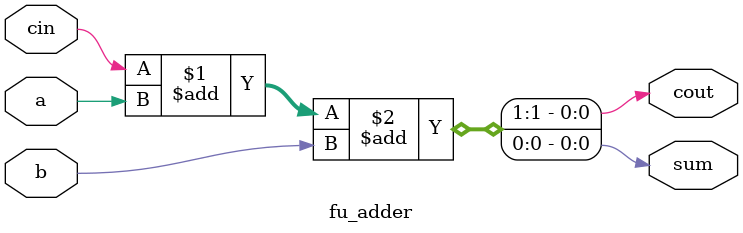
<source format=sv>
module Comb(
  // Input signals
	in_num0,
	in_num1,
	in_num2,
	in_num3,
  // Output signals
	out_num0,
	out_num1
);
//---------------------------------------------------------------------
//   INPUT AND OUTPUT DECLARATION                         
//---------------------------------------------------------------------
    input [3:0] in_num0, in_num1, in_num2, in_num3;
    output logic [4:0] out_num0, out_num1;

//---------------------------------------------------------------------
//   LOGIC DECLARATION
//---------------------------------------------------------------------

    logic [3:0] gate_out0,gate_out1,gate_out2,gate_out3; //lab change to logic
    logic [4:0] adder1,adder2;
    
//---------------------------------------------------------------------
//   Your DESIGN                        
//---------------------------------------------------------------------
    assign gate_out0 = in_num0 ~^ in_num1;
    assign gate_out1 = in_num1 | in_num3;
    assign gate_out2 = in_num0 & in_num2;
    assign gate_out3 = in_num2 ^ in_num3;
    
    adder add1(gate_out0,gate_out1,adder1);
    adder add2(gate_out2,gate_out3,adder2);
    com_and_mux cam(adder1,adder2,out_num0,out_num1);
endmodule

module com_and_mux(
    input [4:0] in0,in1,
    output reg [4:0] out0,out1
);
    always@* begin
        if(in0 >= in1) begin
            out0 <= in1;
            out1 <= in0;
        end
        else  begin //to prevent latch
            out0 <= in0;
            out1 <= in1;
        end
    end
    
endmodule

module adder(
    input [3:0] in1,
    input [3:0] in2,
    output [4:0] out
);
    logic c0,c1,c2;//lab change to logic
    fu_adder fa0(in1[0],in2[0],1'b0,c0,out[0]);
    fu_adder fa1(in1[1],in2[1],c0,c1,out[1]);
    fu_adder fa2(in1[2],in2[2],c1,c2,out[2]);
    fu_adder fa3(in1[3],in2[3],c2,out[4],out[3]);
    
endmodule

module fu_adder(
    input a,b,cin,
    output cout,sum
);
    //assign sum = a ^ b ^ cin;
    //assign cout = (a & b) |  (a & cin) | (b & cin);
    assign {cout,sum} = cin + a + b;
endmodule
</source>
